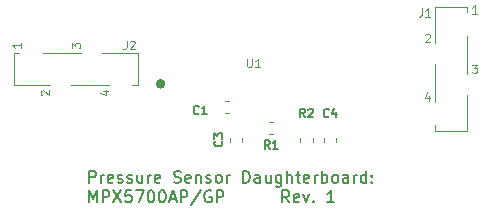
<source format=gto>
G04 #@! TF.GenerationSoftware,KiCad,Pcbnew,(5.1.9-16-g1737927814)-1*
G04 #@! TF.CreationDate,2021-04-01T12:19:28-04:00*
G04 #@! TF.ProjectId,pressure_mpx5700ap_gp,70726573-7375-4726-955f-6d7078353730,1*
G04 #@! TF.SameCoordinates,Original*
G04 #@! TF.FileFunction,Legend,Top*
G04 #@! TF.FilePolarity,Positive*
%FSLAX45Y45*%
G04 Gerber Fmt 4.5, Leading zero omitted, Abs format (unit mm)*
G04 Created by KiCad (PCBNEW (5.1.9-16-g1737927814)-1) date 2021-04-01 12:19:28*
%MOMM*%
%LPD*%
G01*
G04 APERTURE LIST*
%ADD10C,0.150000*%
%ADD11C,0.120000*%
%ADD12C,0.400000*%
G04 APERTURE END LIST*
D10*
X708559Y-2212738D02*
X708559Y-2112738D01*
X746655Y-2112738D01*
X756178Y-2117500D01*
X760940Y-2122262D01*
X765702Y-2131786D01*
X765702Y-2146071D01*
X760940Y-2155595D01*
X756178Y-2160357D01*
X746655Y-2165119D01*
X708559Y-2165119D01*
X808559Y-2212738D02*
X808559Y-2146071D01*
X808559Y-2165119D02*
X813321Y-2155595D01*
X818083Y-2150833D01*
X827607Y-2146071D01*
X837131Y-2146071D01*
X908559Y-2207976D02*
X899036Y-2212738D01*
X879988Y-2212738D01*
X870464Y-2207976D01*
X865702Y-2198452D01*
X865702Y-2160357D01*
X870464Y-2150833D01*
X879988Y-2146071D01*
X899036Y-2146071D01*
X908559Y-2150833D01*
X913321Y-2160357D01*
X913321Y-2169881D01*
X865702Y-2179405D01*
X951417Y-2207976D02*
X960940Y-2212738D01*
X979988Y-2212738D01*
X989512Y-2207976D01*
X994274Y-2198452D01*
X994274Y-2193690D01*
X989512Y-2184167D01*
X979988Y-2179405D01*
X965702Y-2179405D01*
X956178Y-2174643D01*
X951417Y-2165119D01*
X951417Y-2160357D01*
X956178Y-2150833D01*
X965702Y-2146071D01*
X979988Y-2146071D01*
X989512Y-2150833D01*
X1032369Y-2207976D02*
X1041893Y-2212738D01*
X1060940Y-2212738D01*
X1070464Y-2207976D01*
X1075226Y-2198452D01*
X1075226Y-2193690D01*
X1070464Y-2184167D01*
X1060940Y-2179405D01*
X1046655Y-2179405D01*
X1037131Y-2174643D01*
X1032369Y-2165119D01*
X1032369Y-2160357D01*
X1037131Y-2150833D01*
X1046655Y-2146071D01*
X1060940Y-2146071D01*
X1070464Y-2150833D01*
X1160940Y-2146071D02*
X1160940Y-2212738D01*
X1118083Y-2146071D02*
X1118083Y-2198452D01*
X1122845Y-2207976D01*
X1132369Y-2212738D01*
X1146655Y-2212738D01*
X1156179Y-2207976D01*
X1160940Y-2203214D01*
X1208560Y-2212738D02*
X1208560Y-2146071D01*
X1208560Y-2165119D02*
X1213321Y-2155595D01*
X1218083Y-2150833D01*
X1227607Y-2146071D01*
X1237131Y-2146071D01*
X1308560Y-2207976D02*
X1299036Y-2212738D01*
X1279988Y-2212738D01*
X1270464Y-2207976D01*
X1265702Y-2198452D01*
X1265702Y-2160357D01*
X1270464Y-2150833D01*
X1279988Y-2146071D01*
X1299036Y-2146071D01*
X1308560Y-2150833D01*
X1313321Y-2160357D01*
X1313321Y-2169881D01*
X1265702Y-2179405D01*
X1427607Y-2207976D02*
X1441893Y-2212738D01*
X1465702Y-2212738D01*
X1475226Y-2207976D01*
X1479988Y-2203214D01*
X1484750Y-2193690D01*
X1484750Y-2184167D01*
X1479988Y-2174643D01*
X1475226Y-2169881D01*
X1465702Y-2165119D01*
X1446655Y-2160357D01*
X1437131Y-2155595D01*
X1432369Y-2150833D01*
X1427607Y-2141310D01*
X1427607Y-2131786D01*
X1432369Y-2122262D01*
X1437131Y-2117500D01*
X1446655Y-2112738D01*
X1470464Y-2112738D01*
X1484750Y-2117500D01*
X1565702Y-2207976D02*
X1556178Y-2212738D01*
X1537131Y-2212738D01*
X1527607Y-2207976D01*
X1522845Y-2198452D01*
X1522845Y-2160357D01*
X1527607Y-2150833D01*
X1537131Y-2146071D01*
X1556178Y-2146071D01*
X1565702Y-2150833D01*
X1570464Y-2160357D01*
X1570464Y-2169881D01*
X1522845Y-2179405D01*
X1613321Y-2146071D02*
X1613321Y-2212738D01*
X1613321Y-2155595D02*
X1618083Y-2150833D01*
X1627607Y-2146071D01*
X1641893Y-2146071D01*
X1651417Y-2150833D01*
X1656178Y-2160357D01*
X1656178Y-2212738D01*
X1699036Y-2207976D02*
X1708559Y-2212738D01*
X1727607Y-2212738D01*
X1737131Y-2207976D01*
X1741893Y-2198452D01*
X1741893Y-2193690D01*
X1737131Y-2184167D01*
X1727607Y-2179405D01*
X1713321Y-2179405D01*
X1703798Y-2174643D01*
X1699036Y-2165119D01*
X1699036Y-2160357D01*
X1703798Y-2150833D01*
X1713321Y-2146071D01*
X1727607Y-2146071D01*
X1737131Y-2150833D01*
X1799036Y-2212738D02*
X1789512Y-2207976D01*
X1784750Y-2203214D01*
X1779988Y-2193690D01*
X1779988Y-2165119D01*
X1784750Y-2155595D01*
X1789512Y-2150833D01*
X1799036Y-2146071D01*
X1813321Y-2146071D01*
X1822845Y-2150833D01*
X1827607Y-2155595D01*
X1832369Y-2165119D01*
X1832369Y-2193690D01*
X1827607Y-2203214D01*
X1822845Y-2207976D01*
X1813321Y-2212738D01*
X1799036Y-2212738D01*
X1875226Y-2212738D02*
X1875226Y-2146071D01*
X1875226Y-2165119D02*
X1879988Y-2155595D01*
X1884750Y-2150833D01*
X1894274Y-2146071D01*
X1903798Y-2146071D01*
X2013321Y-2212738D02*
X2013321Y-2112738D01*
X2037131Y-2112738D01*
X2051417Y-2117500D01*
X2060940Y-2127024D01*
X2065702Y-2136548D01*
X2070464Y-2155595D01*
X2070464Y-2169881D01*
X2065702Y-2188929D01*
X2060940Y-2198452D01*
X2051417Y-2207976D01*
X2037131Y-2212738D01*
X2013321Y-2212738D01*
X2156179Y-2212738D02*
X2156179Y-2160357D01*
X2151417Y-2150833D01*
X2141893Y-2146071D01*
X2122845Y-2146071D01*
X2113321Y-2150833D01*
X2156179Y-2207976D02*
X2146655Y-2212738D01*
X2122845Y-2212738D01*
X2113321Y-2207976D01*
X2108560Y-2198452D01*
X2108560Y-2188929D01*
X2113321Y-2179405D01*
X2122845Y-2174643D01*
X2146655Y-2174643D01*
X2156179Y-2169881D01*
X2246655Y-2146071D02*
X2246655Y-2212738D01*
X2203798Y-2146071D02*
X2203798Y-2198452D01*
X2208560Y-2207976D01*
X2218083Y-2212738D01*
X2232369Y-2212738D01*
X2241893Y-2207976D01*
X2246655Y-2203214D01*
X2337131Y-2146071D02*
X2337131Y-2227024D01*
X2332369Y-2236548D01*
X2327607Y-2241310D01*
X2318083Y-2246071D01*
X2303798Y-2246071D01*
X2294274Y-2241310D01*
X2337131Y-2207976D02*
X2327607Y-2212738D01*
X2308560Y-2212738D01*
X2299036Y-2207976D01*
X2294274Y-2203214D01*
X2289512Y-2193690D01*
X2289512Y-2165119D01*
X2294274Y-2155595D01*
X2299036Y-2150833D01*
X2308560Y-2146071D01*
X2327607Y-2146071D01*
X2337131Y-2150833D01*
X2384750Y-2212738D02*
X2384750Y-2112738D01*
X2427607Y-2212738D02*
X2427607Y-2160357D01*
X2422845Y-2150833D01*
X2413321Y-2146071D01*
X2399036Y-2146071D01*
X2389512Y-2150833D01*
X2384750Y-2155595D01*
X2460940Y-2146071D02*
X2499036Y-2146071D01*
X2475226Y-2112738D02*
X2475226Y-2198452D01*
X2479988Y-2207976D01*
X2489512Y-2212738D01*
X2499036Y-2212738D01*
X2570464Y-2207976D02*
X2560940Y-2212738D01*
X2541893Y-2212738D01*
X2532369Y-2207976D01*
X2527607Y-2198452D01*
X2527607Y-2160357D01*
X2532369Y-2150833D01*
X2541893Y-2146071D01*
X2560940Y-2146071D01*
X2570464Y-2150833D01*
X2575226Y-2160357D01*
X2575226Y-2169881D01*
X2527607Y-2179405D01*
X2618083Y-2212738D02*
X2618083Y-2146071D01*
X2618083Y-2165119D02*
X2622845Y-2155595D01*
X2627607Y-2150833D01*
X2637131Y-2146071D01*
X2646655Y-2146071D01*
X2679988Y-2212738D02*
X2679988Y-2112738D01*
X2679988Y-2150833D02*
X2689512Y-2146071D01*
X2708560Y-2146071D01*
X2718083Y-2150833D01*
X2722845Y-2155595D01*
X2727607Y-2165119D01*
X2727607Y-2193690D01*
X2722845Y-2203214D01*
X2718083Y-2207976D01*
X2708560Y-2212738D01*
X2689512Y-2212738D01*
X2679988Y-2207976D01*
X2784750Y-2212738D02*
X2775226Y-2207976D01*
X2770464Y-2203214D01*
X2765702Y-2193690D01*
X2765702Y-2165119D01*
X2770464Y-2155595D01*
X2775226Y-2150833D01*
X2784750Y-2146071D01*
X2799036Y-2146071D01*
X2808559Y-2150833D01*
X2813321Y-2155595D01*
X2818083Y-2165119D01*
X2818083Y-2193690D01*
X2813321Y-2203214D01*
X2808559Y-2207976D01*
X2799036Y-2212738D01*
X2784750Y-2212738D01*
X2903798Y-2212738D02*
X2903798Y-2160357D01*
X2899036Y-2150833D01*
X2889512Y-2146071D01*
X2870464Y-2146071D01*
X2860940Y-2150833D01*
X2903798Y-2207976D02*
X2894274Y-2212738D01*
X2870464Y-2212738D01*
X2860940Y-2207976D01*
X2856178Y-2198452D01*
X2856178Y-2188929D01*
X2860940Y-2179405D01*
X2870464Y-2174643D01*
X2894274Y-2174643D01*
X2903798Y-2169881D01*
X2951417Y-2212738D02*
X2951417Y-2146071D01*
X2951417Y-2165119D02*
X2956178Y-2155595D01*
X2960940Y-2150833D01*
X2970464Y-2146071D01*
X2979988Y-2146071D01*
X3056178Y-2212738D02*
X3056178Y-2112738D01*
X3056178Y-2207976D02*
X3046655Y-2212738D01*
X3027607Y-2212738D01*
X3018083Y-2207976D01*
X3013321Y-2203214D01*
X3008559Y-2193690D01*
X3008559Y-2165119D01*
X3013321Y-2155595D01*
X3018083Y-2150833D01*
X3027607Y-2146071D01*
X3046655Y-2146071D01*
X3056178Y-2150833D01*
X3103798Y-2203214D02*
X3108559Y-2207976D01*
X3103798Y-2212738D01*
X3099036Y-2207976D01*
X3103798Y-2203214D01*
X3103798Y-2212738D01*
X3103798Y-2150833D02*
X3108559Y-2155595D01*
X3103798Y-2160357D01*
X3099036Y-2155595D01*
X3103798Y-2150833D01*
X3103798Y-2160357D01*
X708559Y-2377738D02*
X708559Y-2277738D01*
X741893Y-2349167D01*
X775226Y-2277738D01*
X775226Y-2377738D01*
X822845Y-2377738D02*
X822845Y-2277738D01*
X860940Y-2277738D01*
X870464Y-2282500D01*
X875226Y-2287262D01*
X879988Y-2296786D01*
X879988Y-2311071D01*
X875226Y-2320595D01*
X870464Y-2325357D01*
X860940Y-2330119D01*
X822845Y-2330119D01*
X913321Y-2277738D02*
X979988Y-2377738D01*
X979988Y-2277738D02*
X913321Y-2377738D01*
X1065702Y-2277738D02*
X1018083Y-2277738D01*
X1013321Y-2325357D01*
X1018083Y-2320595D01*
X1027607Y-2315833D01*
X1051417Y-2315833D01*
X1060940Y-2320595D01*
X1065702Y-2325357D01*
X1070464Y-2334881D01*
X1070464Y-2358690D01*
X1065702Y-2368214D01*
X1060940Y-2372976D01*
X1051417Y-2377738D01*
X1027607Y-2377738D01*
X1018083Y-2372976D01*
X1013321Y-2368214D01*
X1103798Y-2277738D02*
X1170464Y-2277738D01*
X1127607Y-2377738D01*
X1227607Y-2277738D02*
X1237131Y-2277738D01*
X1246655Y-2282500D01*
X1251417Y-2287262D01*
X1256179Y-2296786D01*
X1260940Y-2315833D01*
X1260940Y-2339643D01*
X1256179Y-2358690D01*
X1251417Y-2368214D01*
X1246655Y-2372976D01*
X1237131Y-2377738D01*
X1227607Y-2377738D01*
X1218083Y-2372976D01*
X1213321Y-2368214D01*
X1208560Y-2358690D01*
X1203798Y-2339643D01*
X1203798Y-2315833D01*
X1208560Y-2296786D01*
X1213321Y-2287262D01*
X1218083Y-2282500D01*
X1227607Y-2277738D01*
X1322845Y-2277738D02*
X1332369Y-2277738D01*
X1341893Y-2282500D01*
X1346655Y-2287262D01*
X1351417Y-2296786D01*
X1356179Y-2315833D01*
X1356179Y-2339643D01*
X1351417Y-2358690D01*
X1346655Y-2368214D01*
X1341893Y-2372976D01*
X1332369Y-2377738D01*
X1322845Y-2377738D01*
X1313321Y-2372976D01*
X1308560Y-2368214D01*
X1303798Y-2358690D01*
X1299036Y-2339643D01*
X1299036Y-2315833D01*
X1303798Y-2296786D01*
X1308560Y-2287262D01*
X1313321Y-2282500D01*
X1322845Y-2277738D01*
X1394274Y-2349167D02*
X1441893Y-2349167D01*
X1384750Y-2377738D02*
X1418083Y-2277738D01*
X1451417Y-2377738D01*
X1484750Y-2377738D02*
X1484750Y-2277738D01*
X1522845Y-2277738D01*
X1532369Y-2282500D01*
X1537131Y-2287262D01*
X1541893Y-2296786D01*
X1541893Y-2311071D01*
X1537131Y-2320595D01*
X1532369Y-2325357D01*
X1522845Y-2330119D01*
X1484750Y-2330119D01*
X1656178Y-2272976D02*
X1570464Y-2401548D01*
X1741893Y-2282500D02*
X1732369Y-2277738D01*
X1718083Y-2277738D01*
X1703798Y-2282500D01*
X1694274Y-2292024D01*
X1689512Y-2301548D01*
X1684750Y-2320595D01*
X1684750Y-2334881D01*
X1689512Y-2353929D01*
X1694274Y-2363452D01*
X1703798Y-2372976D01*
X1718083Y-2377738D01*
X1727607Y-2377738D01*
X1741893Y-2372976D01*
X1746655Y-2368214D01*
X1746655Y-2334881D01*
X1727607Y-2334881D01*
X1789512Y-2377738D02*
X1789512Y-2277738D01*
X1827607Y-2277738D01*
X1837131Y-2282500D01*
X1841893Y-2287262D01*
X1846655Y-2296786D01*
X1846655Y-2311071D01*
X1841893Y-2320595D01*
X1837131Y-2325357D01*
X1827607Y-2330119D01*
X1789512Y-2330119D01*
X2403798Y-2377738D02*
X2370464Y-2330119D01*
X2346655Y-2377738D02*
X2346655Y-2277738D01*
X2384750Y-2277738D01*
X2394274Y-2282500D01*
X2399036Y-2287262D01*
X2403798Y-2296786D01*
X2403798Y-2311071D01*
X2399036Y-2320595D01*
X2394274Y-2325357D01*
X2384750Y-2330119D01*
X2346655Y-2330119D01*
X2484750Y-2372976D02*
X2475226Y-2377738D01*
X2456179Y-2377738D01*
X2446655Y-2372976D01*
X2441893Y-2363452D01*
X2441893Y-2325357D01*
X2446655Y-2315833D01*
X2456179Y-2311071D01*
X2475226Y-2311071D01*
X2484750Y-2315833D01*
X2489512Y-2325357D01*
X2489512Y-2334881D01*
X2441893Y-2344405D01*
X2522845Y-2311071D02*
X2546655Y-2377738D01*
X2570464Y-2311071D01*
X2608560Y-2368214D02*
X2613321Y-2372976D01*
X2608560Y-2377738D01*
X2603798Y-2372976D01*
X2608560Y-2368214D01*
X2608560Y-2377738D01*
X2784750Y-2377738D02*
X2727607Y-2377738D01*
X2756179Y-2377738D02*
X2756179Y-2277738D01*
X2746655Y-2292024D01*
X2737131Y-2301548D01*
X2727607Y-2306310D01*
D11*
X820000Y-1117000D02*
X1123000Y-1117000D01*
X320000Y-1117000D02*
X640000Y-1117000D01*
X76000Y-1117000D02*
X120000Y-1117000D01*
X1124000Y-1117000D02*
X1124000Y-1383000D01*
X560000Y-1383000D02*
X880000Y-1383000D01*
X76000Y-1383000D02*
X380000Y-1383000D01*
X76000Y-1117000D02*
X76000Y-1383000D01*
X1073000Y-1383000D02*
X1122000Y-1383000D01*
X3908000Y-1470000D02*
X3908000Y-1773000D01*
X3908000Y-970000D02*
X3908000Y-1290000D01*
X3908000Y-726000D02*
X3908000Y-770000D01*
X3908000Y-1774000D02*
X3642000Y-1774000D01*
X3642000Y-1210000D02*
X3642000Y-1530000D01*
X3642000Y-726000D02*
X3642000Y-1030000D01*
X3908000Y-726000D02*
X3642000Y-726000D01*
X3642000Y-1723000D02*
X3642000Y-1772000D01*
D12*
X1335000Y-1375000D02*
G75*
G03*
X1335000Y-1375000I-20000J0D01*
G01*
D11*
X2601000Y-1866278D02*
X2601000Y-1833722D01*
X2499000Y-1866278D02*
X2499000Y-1833722D01*
X2266278Y-1699000D02*
X2233722Y-1699000D01*
X2266278Y-1801000D02*
X2233722Y-1801000D01*
X2801000Y-1866278D02*
X2801000Y-1833722D01*
X2699000Y-1866278D02*
X2699000Y-1833722D01*
X2001000Y-1866278D02*
X2001000Y-1833722D01*
X1899000Y-1866278D02*
X1899000Y-1833722D01*
X1858722Y-1626000D02*
X1891278Y-1626000D01*
X1858722Y-1524000D02*
X1891278Y-1524000D01*
X1026667Y-1011667D02*
X1026667Y-1061667D01*
X1023333Y-1071667D01*
X1016667Y-1078333D01*
X1006667Y-1081667D01*
X1000000Y-1081667D01*
X1056667Y-1018333D02*
X1060000Y-1015000D01*
X1066667Y-1011667D01*
X1083333Y-1011667D01*
X1090000Y-1015000D01*
X1093333Y-1018333D01*
X1096667Y-1025000D01*
X1096667Y-1031667D01*
X1093333Y-1041667D01*
X1053333Y-1081667D01*
X1096667Y-1081667D01*
X561667Y-1073333D02*
X561667Y-1030000D01*
X588333Y-1053333D01*
X588333Y-1043333D01*
X591667Y-1036667D01*
X595000Y-1033333D01*
X601667Y-1030000D01*
X618333Y-1030000D01*
X625000Y-1033333D01*
X628333Y-1036667D01*
X631667Y-1043333D01*
X631667Y-1063333D01*
X628333Y-1070000D01*
X625000Y-1073333D01*
X129667Y-1030000D02*
X129667Y-1070000D01*
X129667Y-1050000D02*
X59667Y-1050000D01*
X69667Y-1056667D01*
X76333Y-1063333D01*
X79667Y-1070000D01*
X308333Y-1470000D02*
X305000Y-1466667D01*
X301667Y-1460000D01*
X301667Y-1443333D01*
X305000Y-1436667D01*
X308333Y-1433333D01*
X315000Y-1430000D01*
X321667Y-1430000D01*
X331667Y-1433333D01*
X371667Y-1473333D01*
X371667Y-1430000D01*
X825000Y-1436667D02*
X871667Y-1436667D01*
X798333Y-1453333D02*
X848333Y-1470000D01*
X848333Y-1426667D01*
X3526667Y-736667D02*
X3526667Y-786667D01*
X3523333Y-796667D01*
X3516667Y-803333D01*
X3506667Y-806667D01*
X3500000Y-806667D01*
X3596667Y-806667D02*
X3556667Y-806667D01*
X3576667Y-806667D02*
X3576667Y-736667D01*
X3570000Y-746667D01*
X3563333Y-753333D01*
X3556667Y-756667D01*
X3951667Y-1211667D02*
X3995000Y-1211667D01*
X3971667Y-1238333D01*
X3981667Y-1238333D01*
X3988333Y-1241667D01*
X3991667Y-1245000D01*
X3995000Y-1251667D01*
X3995000Y-1268333D01*
X3991667Y-1275000D01*
X3988333Y-1278333D01*
X3981667Y-1281667D01*
X3961667Y-1281667D01*
X3955000Y-1278333D01*
X3951667Y-1275000D01*
X3995000Y-779667D02*
X3955000Y-779667D01*
X3975000Y-779667D02*
X3975000Y-709667D01*
X3968333Y-719667D01*
X3961667Y-726333D01*
X3955000Y-729667D01*
X3555000Y-958333D02*
X3558333Y-955000D01*
X3565000Y-951667D01*
X3581667Y-951667D01*
X3588333Y-955000D01*
X3591667Y-958333D01*
X3595000Y-965000D01*
X3595000Y-971667D01*
X3591667Y-981667D01*
X3551667Y-1021667D01*
X3595000Y-1021667D01*
X3588333Y-1475000D02*
X3588333Y-1521667D01*
X3571667Y-1448333D02*
X3555000Y-1498333D01*
X3598333Y-1498333D01*
X2046667Y-1161667D02*
X2046667Y-1218333D01*
X2050000Y-1225000D01*
X2053333Y-1228333D01*
X2060000Y-1231667D01*
X2073333Y-1231667D01*
X2080000Y-1228333D01*
X2083333Y-1225000D01*
X2086667Y-1218333D01*
X2086667Y-1161667D01*
X2156667Y-1231667D02*
X2116667Y-1231667D01*
X2136667Y-1231667D02*
X2136667Y-1161667D01*
X2130000Y-1171667D01*
X2123333Y-1178333D01*
X2116667Y-1181667D01*
D10*
X2538333Y-1656667D02*
X2515000Y-1623333D01*
X2498333Y-1656667D02*
X2498333Y-1586667D01*
X2525000Y-1586667D01*
X2531667Y-1590000D01*
X2535000Y-1593333D01*
X2538333Y-1600000D01*
X2538333Y-1610000D01*
X2535000Y-1616667D01*
X2531667Y-1620000D01*
X2525000Y-1623333D01*
X2498333Y-1623333D01*
X2565000Y-1593333D02*
X2568333Y-1590000D01*
X2575000Y-1586667D01*
X2591667Y-1586667D01*
X2598333Y-1590000D01*
X2601667Y-1593333D01*
X2605000Y-1600000D01*
X2605000Y-1606667D01*
X2601667Y-1616667D01*
X2561667Y-1656667D01*
X2605000Y-1656667D01*
X2238333Y-1924667D02*
X2215000Y-1891333D01*
X2198333Y-1924667D02*
X2198333Y-1854667D01*
X2225000Y-1854667D01*
X2231667Y-1858000D01*
X2235000Y-1861333D01*
X2238333Y-1868000D01*
X2238333Y-1878000D01*
X2235000Y-1884667D01*
X2231667Y-1888000D01*
X2225000Y-1891333D01*
X2198333Y-1891333D01*
X2305000Y-1924667D02*
X2265000Y-1924667D01*
X2285000Y-1924667D02*
X2285000Y-1854667D01*
X2278333Y-1864667D01*
X2271667Y-1871333D01*
X2265000Y-1874667D01*
X2738333Y-1650000D02*
X2735000Y-1653333D01*
X2725000Y-1656667D01*
X2718333Y-1656667D01*
X2708333Y-1653333D01*
X2701667Y-1646667D01*
X2698333Y-1640000D01*
X2695000Y-1626667D01*
X2695000Y-1616667D01*
X2698333Y-1603333D01*
X2701667Y-1596667D01*
X2708333Y-1590000D01*
X2718333Y-1586667D01*
X2725000Y-1586667D01*
X2735000Y-1590000D01*
X2738333Y-1593333D01*
X2798333Y-1610000D02*
X2798333Y-1656667D01*
X2781667Y-1583333D02*
X2765000Y-1633333D01*
X2808333Y-1633333D01*
X1832000Y-1861667D02*
X1835333Y-1865000D01*
X1838667Y-1875000D01*
X1838667Y-1881667D01*
X1835333Y-1891667D01*
X1828667Y-1898333D01*
X1822000Y-1901667D01*
X1808667Y-1905000D01*
X1798667Y-1905000D01*
X1785333Y-1901667D01*
X1778667Y-1898333D01*
X1772000Y-1891667D01*
X1768667Y-1881667D01*
X1768667Y-1875000D01*
X1772000Y-1865000D01*
X1775333Y-1861667D01*
X1768667Y-1838333D02*
X1768667Y-1795000D01*
X1795333Y-1818333D01*
X1795333Y-1808333D01*
X1798667Y-1801667D01*
X1802000Y-1798333D01*
X1808667Y-1795000D01*
X1825333Y-1795000D01*
X1832000Y-1798333D01*
X1835333Y-1801667D01*
X1838667Y-1808333D01*
X1838667Y-1828333D01*
X1835333Y-1835000D01*
X1832000Y-1838333D01*
X1638333Y-1625000D02*
X1635000Y-1628333D01*
X1625000Y-1631667D01*
X1618333Y-1631667D01*
X1608333Y-1628333D01*
X1601667Y-1621667D01*
X1598333Y-1615000D01*
X1595000Y-1601667D01*
X1595000Y-1591667D01*
X1598333Y-1578333D01*
X1601667Y-1571667D01*
X1608333Y-1565000D01*
X1618333Y-1561667D01*
X1625000Y-1561667D01*
X1635000Y-1565000D01*
X1638333Y-1568333D01*
X1705000Y-1631667D02*
X1665000Y-1631667D01*
X1685000Y-1631667D02*
X1685000Y-1561667D01*
X1678333Y-1571667D01*
X1671667Y-1578333D01*
X1665000Y-1581667D01*
M02*

</source>
